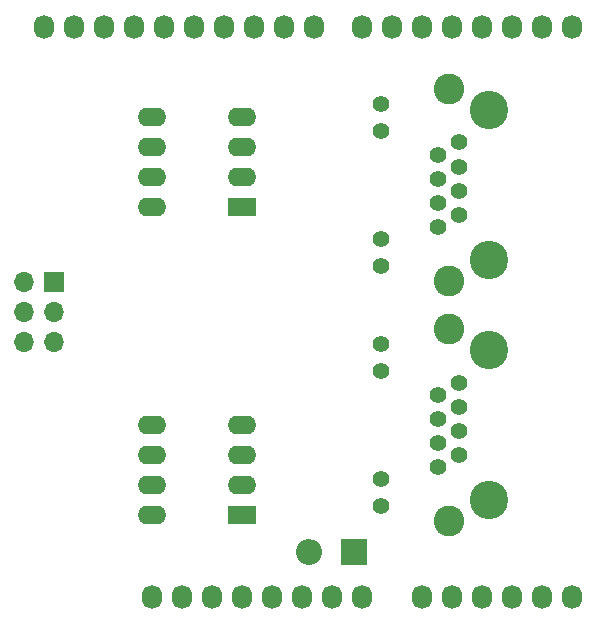
<source format=gbs>
G04 #@! TF.GenerationSoftware,KiCad,Pcbnew,(5.1.9)-1*
G04 #@! TF.CreationDate,2021-06-10T00:36:34+02:00*
G04 #@! TF.ProjectId,shield,73686965-6c64-42e6-9b69-6361645f7063,rev?*
G04 #@! TF.SameCoordinates,Original*
G04 #@! TF.FileFunction,Soldermask,Bot*
G04 #@! TF.FilePolarity,Negative*
%FSLAX46Y46*%
G04 Gerber Fmt 4.6, Leading zero omitted, Abs format (unit mm)*
G04 Created by KiCad (PCBNEW (5.1.9)-1) date 2021-06-10 00:36:34*
%MOMM*%
%LPD*%
G01*
G04 APERTURE LIST*
%ADD10C,1.400000*%
%ADD11C,2.600000*%
%ADD12C,3.250000*%
%ADD13O,2.200000X2.200000*%
%ADD14R,2.200000X2.200000*%
%ADD15R,1.700000X1.700000*%
%ADD16O,1.700000X1.700000*%
%ADD17O,2.400000X1.600000*%
%ADD18R,2.400000X1.600000*%
%ADD19O,1.727200X2.032000*%
G04 APERTURE END LIST*
D10*
X158373000Y-116090000D03*
X158373000Y-113800000D03*
X158373000Y-104660000D03*
X158373000Y-102370000D03*
X163193000Y-112800000D03*
X164973000Y-111780000D03*
X163193000Y-110760000D03*
X164973000Y-109740000D03*
X163193000Y-108720000D03*
X164973000Y-107700000D03*
X163193000Y-106680000D03*
X164973000Y-105660000D03*
D11*
X164083000Y-101100000D03*
X164083000Y-117360000D03*
D12*
X167513000Y-102880000D03*
X167513000Y-115580000D03*
D13*
X152273000Y-120015000D03*
D14*
X156083000Y-120015000D03*
D15*
X130683000Y-97155000D03*
D16*
X128143000Y-97155000D03*
X130683000Y-99695000D03*
X128143000Y-99695000D03*
X130683000Y-102235000D03*
X128143000Y-102235000D03*
D17*
X138938000Y-116840000D03*
X146558000Y-109220000D03*
X138938000Y-114300000D03*
X146558000Y-111760000D03*
X138938000Y-111760000D03*
X146558000Y-114300000D03*
X138938000Y-109220000D03*
D18*
X146558000Y-116840000D03*
D17*
X138938000Y-90805000D03*
X146558000Y-83185000D03*
X138938000Y-88265000D03*
X146558000Y-85725000D03*
X138938000Y-85725000D03*
X146558000Y-88265000D03*
X138938000Y-83185000D03*
D18*
X146558000Y-90805000D03*
D10*
X158373000Y-95760000D03*
X158373000Y-93470000D03*
X158373000Y-84330000D03*
X158373000Y-82040000D03*
X163193000Y-92470000D03*
X164973000Y-91450000D03*
X163193000Y-90430000D03*
X164973000Y-89410000D03*
X163193000Y-88390000D03*
X164973000Y-87370000D03*
X163193000Y-86350000D03*
X164973000Y-85330000D03*
D11*
X164083000Y-80770000D03*
X164083000Y-97030000D03*
D12*
X167513000Y-82550000D03*
X167513000Y-95250000D03*
D19*
X138938000Y-123825000D03*
X141478000Y-123825000D03*
X144018000Y-123825000D03*
X146558000Y-123825000D03*
X149098000Y-123825000D03*
X151638000Y-123825000D03*
X154178000Y-123825000D03*
X156718000Y-123825000D03*
X161798000Y-123825000D03*
X164338000Y-123825000D03*
X166878000Y-123825000D03*
X169418000Y-123825000D03*
X171958000Y-123825000D03*
X174498000Y-123825000D03*
X129794000Y-75565000D03*
X132334000Y-75565000D03*
X134874000Y-75565000D03*
X137414000Y-75565000D03*
X139954000Y-75565000D03*
X142494000Y-75565000D03*
X145034000Y-75565000D03*
X147574000Y-75565000D03*
X150114000Y-75565000D03*
X152654000Y-75565000D03*
X156718000Y-75565000D03*
X159258000Y-75565000D03*
X161798000Y-75565000D03*
X164338000Y-75565000D03*
X166878000Y-75565000D03*
X169418000Y-75565000D03*
X171958000Y-75565000D03*
X174498000Y-75565000D03*
M02*

</source>
